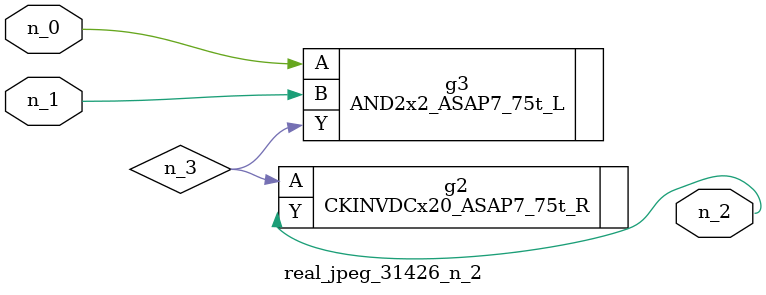
<source format=v>
module real_jpeg_31426_n_2 (n_1, n_0, n_2);

input n_1;
input n_0;

output n_2;

wire n_3;

AND2x2_ASAP7_75t_L g3 ( 
.A(n_0),
.B(n_1),
.Y(n_3)
);

CKINVDCx20_ASAP7_75t_R g2 ( 
.A(n_3),
.Y(n_2)
);


endmodule
</source>
